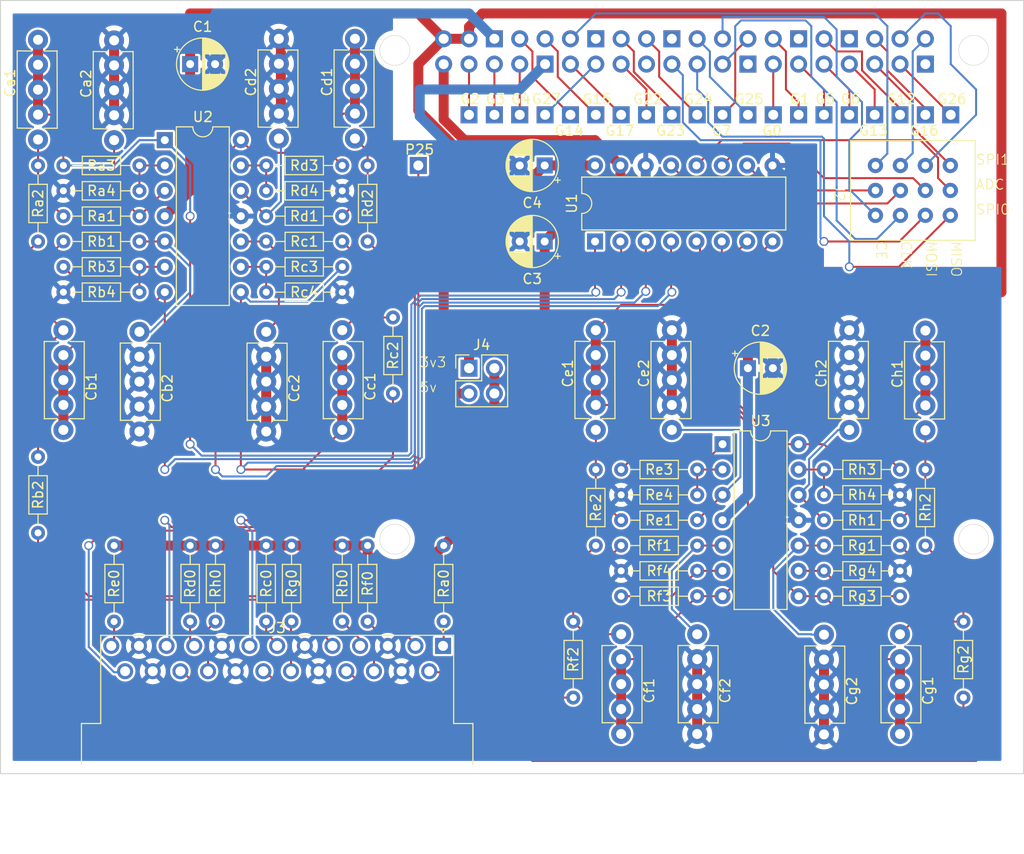
<source format=kicad_pcb>
(kicad_pcb (version 20240108) (generator "pcbnew") (generator_version "8.0")
  (layers (0 "F.Cu" signal) (31 "B.Cu" signal) (34 "B.Paste" user) (35 "F.Paste" user) (36 "B.SilkS" user "B.Silkscreen") (37 "F.SilkS" user "F.Silkscreen") (38 "B.Mask" user) (39 "F.Mask" user) (44 "Edge.Cuts" user))
  (net 0 "")
  (net 1 "+5V")
  (net 2 "GND")
  (net 3 "+3V3")
  (net 4 "Net-(Ca1-Pad1)")
  (net 5 "Net-(Cb1-Pad1)")
  (net 6 "Net-(Cc1-Pad1)")
  (net 7 "Net-(Cd1-Pad1)")
  (net 8 "Net-(U3A-+)")
  (net 9 "Net-(U3B-+)")
  (net 10 "Net-(U3C-+)")
  (net 11 "Net-(U3D-+)")
  (net 12 "Net-(U1-CH0)")
  (net 13 "Net-(Ce1-Pad1)")
  (net 14 "Net-(U1-CH5)")
  (net 15 "Net-(Cf1-Pad1)")
  (net 16 "Net-(U1-CH1)")
  (net 17 "Net-(U1-CH2)")
  (net 18 "Net-(Cg1-Pad1)")
  (net 19 "Net-(Ch1-Pad1)")
  (net 20 "Net-(U1-CH3)")
  (net 21 "Net-(U1-CH4)")
  (net 22 "Net-(U1-CH6)")
  (net 23 "Net-(U1-CH7)")
  (net 24 "Net-(U2A-+)")
  (net 25 "Net-(U2B-+)")
  (net 26 "Net-(U2C-+)")
  (net 27 "Net-(U2D-+)")
  (net 28 "Net-(J3-Pad13)")
  (net 29 "Net-(J3-Pad4)")
  (net 30 "Net-(J3-Pad2)")
  (net 31 "Net-(J3-Pad5)")
  (net 32 "Net-(J3-P19)")
  (net 33 "Net-(J3-P20)")
  (net 34 "Net-(J3-P23)")
  (net 35 "Net-(J3-P16)")
  (net 36 "Net-(J3-P17)")
  (net 37 "Net-(J3-Pad1)")
  (net 38 "Net-(J3-Pad11)")
  (net 39 "Net-(J3-P22)")
  (net 40 "Net-(J3-Pad10)")
  (net 41 "Net-(J3-P14)")
  (net 42 "Net-(J3-Pad8)")
  (net 43 "Net-(J3-Pad7)")
  (net 44 "Net-(J4-Out-Pad2)")
  (net 45 "Net-(U2A--)")
  (net 46 "Net-(U2B--)")
  (net 47 "Net-(U2C--)")
  (net 48 "Net-(U2D--)")
  (net 49 "Net-(U3A--)")
  (net 50 "Net-(U3B--)")
  (net 51 "Net-(U3C--)")
  (net 52 "Net-(U3D--)")
  (net 53 "Net-(J1-BCM10_MOSI)")
  (net 54 "Net-(J1-BCM8_CE0)")
  (net 55 "Net-(J1-BCM18_PCM_C)")
  (net 56 "Net-(J1-BCM9_MISO)")
  (net 57 "Net-(J1-BCM21_SCLK_PCM_DO)")
  (net 58 "Net-(J1-BCM19_MISO_PCM_FS)")
  (net 59 "Net-(J1-BCM20_MOSI_PCM_DI)")
  (net 60 "Net-(J1-BCM11_SCLK)")
  (net 62 "Net-(J2-MISO)")
  (net 63 "Net-(J2-CLK)")
  (net 64 "Net-(J2-MOSI)")
  (net 65 "Net-(J2-CE)")
  (net 66 "Net-(G0-Pin_1)")
  (net 67 "Net-(G1-Pin_1)")
  (net 68 "Net-(G2-Pin_1)")
  (net 69 "Net-(G3-Pin_1)")
  (net 70 "Net-(G4-Pin_1)")
  (net 71 "Net-(G5-Pin_1)")
  (net 72 "Net-(G6-Pin_1)")
  (net 73 "Net-(G7-Pin_1)")
  (net 74 "Net-(G12-Pin_1)")
  (net 75 "Net-(G13-Pin_1)")
  (net 76 "Net-(G14-Pin_1)")
  (net 77 "Net-(G15-Pin_1)")
  (net 78 "Net-(G16-Pin_1)")
  (net 79 "Net-(G17-Pin_1)")
  (net 80 "Net-(G22-Pin_1)")
  (net 81 "Net-(G23-Pin_1)")
  (net 82 "Net-(G24-Pin_1)")
  (net 83 "Net-(G25-Pin_1)")
  (net 84 "Net-(G26-Pin_1)")
  (net 85 "Net-(G27-Pin_1)")
  (net 86 "Net-(J3-P25)")
  (footprint "Resistor_THT:R_Axial_DIN0204_L3.6mm_D1.6mm_P7.62mm_Horizontal" (layer "F.Cu") (at 79.02 73.76)
    (property "Reference" "Rf3")
    (property "Value" "R" (hide yes))
  )
  (footprint "Connector_PinHeader_2.54mm:PinHeader_1x01_P2.54mm_Vertical" (layer "F.Cu") (at 63.78 25.5)
    (property "Reference" "G2")
    (property "Value" "GPIO2" (hide yes))
  )
  (footprint "Resistor_THT:R_Axial_DIN0204_L3.6mm_D1.6mm_P7.62mm_Horizontal" (layer "F.Cu") (at 51.08 43.28 180)
    (property "Reference" "Rc4")
    (property "Value" "R" (hide yes))
  )
  (footprint "Capacitor_THT:CP_Radial_D5.0mm_P2.50mm" (layer "F.Cu") (at 71.36 38.2 180)
    (property "Reference" "C3")
    (property "Value" "C_Polarized" (hide yes))
  )
  (footprint "Capacitor_THT:C_Disc_D7.5mm_W5.0mm_P10.00mm" (layer "F.Cu") (at 106.96 77.57 -90)
    (property "Reference" "Cg1")
    (property "Value" "C" (hide yes))
  )
  (footprint "Connector_PinHeader_2.54mm:PinHeader_2x02_P2.54mm_Vertical" (layer "F.Cu") (at 63.78 50.9)
    (property "Reference" "J4")
    (property "Value" "Vload" (hide yes))
  )
  (footprint "Connector_PinHeader_2.54mm:PinHeader_1x01_P2.54mm_Vertical" (layer "F.Cu") (at 104.42 25.5 180)
    (property "Reference" "G13")
    (property "Value" "GPIO13" (hide yes))
  )
  (footprint "Connector_PinHeader_2.54mm:PinHeader_1x01_P2.54mm_Vertical" (layer "F.Cu") (at 71.4 25.5)
    (property "Reference" "G27")
    (property "Value" "GPIO27" (hide yes))
  )
  (footprint "Capacitor_THT:CP_Radial_D5.0mm_P2.50mm" (layer "F.Cu") (at 35.84 20.42)
    (property "Reference" "C1")
    (property "Value" "C_Polarized" (hide yes))
  )
  (footprint "Capacitor_THT:C_Disc_D7.5mm_W5.0mm_P10.00mm" (layer "F.Cu") (at 51.08 47.09 -90)
    (property "Reference" "Cc1")
    (property "Value" "C" (hide yes))
  )
  (footprint "Resistor_THT:R_Axial_DIN0204_L3.6mm_D1.6mm_P7.62mm_Horizontal" (layer "F.Cu") (at 51.08 33.12 180)
    (property "Reference" "Rd4")
    (property "Value" "R" (hide yes))
  )
  (footprint "Resistor_THT:R_Axial_DIN0204_L3.6mm_D1.6mm_P7.62mm_Horizontal" (layer "F.Cu") (at 79.02 63.6)
    (property "Reference" "Re4")
    (property "Value" "R" (hide yes))
  )
  (footprint "Capacitor_THT:C_Disc_D7.5mm_W5.0mm_P10.00mm" (layer "F.Cu") (at 30.76 47.25 -90)
    (property "Reference" "Cb2")
    (property "Value" "C" (hide yes))
  )
  (footprint "Resistor_THT:R_Axial_DIN0204_L3.6mm_D1.6mm_P7.62mm_Horizontal" (layer "F.Cu") (at 23.14 38.2)
    (property "Reference" "Rb1")
    (property "Value" "R" (hide yes))
  )
  (footprint "Resistor_THT:R_Axial_DIN0204_L3.6mm_D1.6mm_P7.62mm_Horizontal" (layer "F.Cu") (at 76.48 68.68 90)
    (property "Reference" "Re2")
    (property "Value" "R" (hide yes))
  )
  (footprint "Capacitor_THT:C_Disc_D7.5mm_W5.0mm_P10.00mm" (layer "F.Cu") (at 86.64 77.57 -90)
    (property "Reference" "Cf2")
    (property "Value" "C" (hide yes))
  )
  (footprint "Connector_PinHeader_2.54mm:PinHeader_1x01_P2.54mm_Vertical" (layer "F.Cu") (at 81.56 25.5)
    (property "Reference" "G22")
    (property "Value" "GPIO22" (hide yes))
  )
  (footprint "Resistor_THT:R_Axial_DIN0204_L3.6mm_D1.6mm_P7.62mm_Horizontal" (layer "F.Cu") (at 86.64 61.06 180)
    (property "Reference" "Re3")
    (property "Value" "R" (hide yes))
  )
  (footprint "Capacitor_THT:C_Disc_D7.5mm_W5.0mm_P10.00mm" (layer "F.Cu") (at 43.46 47.25 -90)
    (property "Reference" "Cc2")
    (property "Value" "C" (hide yes))
  )
  (footprint "Resistor_THT:R_Axial_DIN0204_L3.6mm_D1.6mm_P7.62mm_Horizontal" (layer "F.Cu") (at 51.08 35.66 180)
    (property "Reference" "Rd1")
    (property "Value" "R" (hide yes))
  )
  (footprint "Connector_Dsub:DSUB-25_Female_Horizontal_P2.77x2.54mm_EdgePinOffset9.40mm" (layer "F.Cu") (at 61.18 78.74)
    (property "Reference" "J3")
    (property "Value" "Inputs")
  )
  (footprint "Package_DIP:DIP-14_W7.62mm" (layer "F.Cu") (at 33.3 28.04)
    (property "Reference" "U2")
    (property "Value" "LM2902")
  )
  (footprint "Connector_PinHeader_2.54mm:PinHeader_1x01_P2.54mm_Vertical" (layer "F.Cu") (at 89.18 25.5 180)
    (property "Reference" "G7")
    (property "Value" "GPIO07" (hide yes))
  )
  (footprint "Resistor_THT:R_Axial_DIN0204_L3.6mm_D1.6mm_P7.62mm_Horizontal" (layer "F.Cu") (at 51.08 76.3 90)
    (property "Reference" "Rb0")
    (property "Value" "R" (hide yes))
  )
  (footprint "Resistor_THT:R_Axial_DIN0204_L3.6mm_D1.6mm_P7.62mm_Horizontal" (layer "F.Cu") (at 106.96 73.76 180)
    (property "Reference" "Rg3")
    (property "Value" "R" (hide yes))
  )
  (footprint "Resistor_THT:R_Axial_DIN0204_L3.6mm_D1.6mm_P7.62mm_Horizontal" (layer "F.Cu") (at 106.96 71.22 180)
    (property "Reference" "Rg4")
    (property "Value" "R" (hide yes))
  )
  (footprint "Capacitor_THT:C_Disc_D7.5mm_W5.0mm_P10.00mm" (layer "F.Cu") (at 99.34 77.61 -90)
    (property "Reference" "Cg2")
    (property "Value" "C" (hide yes))
  )
  (footprint "Resistor_THT:R_Axial_DIN0204_L3.6mm_D1.6mm_P7.62mm_Horizontal" (layer "F.Cu") (at 99.34 61.06)
    (property "Reference" "Rh3")
    (property "Value" "R" (hide yes))
  )
  (footprint "Resistor_THT:R_Axial_DIN0204_L3.6mm_D1.6mm_P7.62mm_Horizontal" (layer "F.Cu") (at 35.84 76.3 90)
    (property "Reference" "Rd0")
    (property "Value" "R" (hide yes))
  )
  (footprint "Connector_PinHeader_2.54mm:PinHeader_1x01_P2.54mm_Vertical" (layer "F.Cu") (at 84.1 25.5 180)
    (property "Reference" "G23")
    (property "Value" "GPIO23" (hide yes))
  )
  (footprint "Resistor_THT:R_Axial_DIN0204_L3.6mm_D1.6mm_P7.62mm_Horizontal" (layer "F.Cu") (at 43.46 30.58)
    (property "Reference" "Rd3")
    (property "Value" "R" (hide yes))
  )
  (footprint "Capacitor_THT:C_Disc_D7.5mm_W5.0mm_P10.00mm" (layer "F.Cu") (at 44.73 27.88 90)
    (property "Reference" "Cd2")
    (property "Value" "C" (hide yes))
  )
  (footprint "Resistor_THT:R_Axial_DIN0204_L3.6mm_D1.6mm_P7.62mm_Horizontal" (layer "F.Cu") (at 23.14 35.66)
    (property "Reference" "Ra1")
    (property "Value" "R" (hide yes))
  )
  (footprint "Resistor_THT:R_Axial_DIN0204_L3.6mm_D1.6mm_P7.62mm_Horizontal" (layer "F.Cu") (at 106.96 68.68 180)
    (property "Reference" "Rg1")
    (property "Value" "R" (hide yes))
  )
  (footprint "Connector_PinHeader_2.54mm:PinHeader_1x01_P2.54mm_Vertical" (layer "F.Cu") (at 106.96 25.5)
    (property "Reference" "G12")
    (property "Value" "GPIO12" (hide yes))
  )
  (footprint "Package_DIP:DIP-16_W7.62mm" (layer "F.Cu") (at 76.405 38.2 90)
    (property "Reference" "U1")
    (property "Value" "MCP3008")
  )
  (footprint "Connector_PinHeader_2.54mm:PinHeader_1x01_P2.54mm_Vertical" (layer "F.Cu") (at 91.72 25.5)
    (property "Reference" "G25")
    (property "Value" "GPIO25" (hide yes))
  )
  (footprint "Capacitor_THT:C_Disc_D7.5mm_W5.0mm_P10.00mm" (layer "F.Cu") (at 52.35 27.88 90)
    (property "Reference" "Cd1")
    (property "Value" "C" (hide yes))
  )
  (footprint "Connector_PinHeader_2.54mm:PinHeader_1x01_P2.54mm_Vertical" (layer "F.Cu") (at 99.34 25.5)
    (property "Reference" "G5")
    (property "Value" "GPIO5" (hide yes))
  )
  (footprint "Resistor_THT:R_Axial_DIN0204_L3.6mm_D1.6mm_P7.62mm_Horizontal" (layer "F.Cu") (at 109.5 68.68 90)
    (property "Reference" "Rh2")
    (property "Value" "R" (hide yes))
  )
  (footprint "Connector_PinHeader_2.54mm:PinHeader_1x01_P2.54mm_Vertical" (layer "F.Cu") (at 94.26 25.5 180)
    (property "Reference" "G0")
    (property "Value" "GPIO0" (hide yes))
  )
  (footprint "Resistor_THT:R_Axial_DIN0204_L3.6mm_D1.6mm_P7.62mm_Horizontal" (layer "F.Cu") (at 23.14 33.12)
    (property "Reference" "Ra4")
    (property "Value" "R" (hide yes))
  )
  (footprint "Connector_PinHeader_2.54mm:PinHeader_1x01_P2.54mm_Vertical" (layer "F.Cu") (at 96.8 25.5)
    (property "Reference" "G1")
    (property "Value" "GPIO1" (hide yes))
  )
  (footprint "Resistor_THT:R_Axial_DIN0204_L3.6mm_D1.6mm_P7.62mm_Horizontal" (layer "F.Cu") (at 23.14 43.28)
    (property "Reference" "Rb4")
    (property "Value" "R" (hide yes))
  )
  (footprint "Connector_PinHeader_2.54mm:PinHeader_1x01_P2.54mm_Vertical" (layer "F.Cu") (at 101.88 25.5)
    (property "Reference" "G6")
    (property "Value" "GPIO6" (hide yes))
  )
  (footprint "Resistor_THT:R_Axial_DIN0204_L3.6mm_D1.6mm_P7.62mm_Horizontal" (layer "F.Cu") (at 74.22 83.92 90)
    (property "Reference" "Rf2")
    (property "Value" "R" (hide yes))
  )
  (footprint "Resistor_THT:R_Axial_DIN0204_L3.6mm_D1.6mm_P7.62mm_Horizontal" (layer "F.Cu") (at 20.6 67.41 90)
    (property "Reference" "Rb2")
    (property "Value" "R" (hide yes))
  )
  (footprint "Capacitor_THT:C_Disc_D7.5mm_W5.0mm_P10.00mm" (layer "F.Cu") (at 109.5 57.13 90)
    (property "Reference" "Ch1")
    (property "Value" "C" (hide yes))
  )
  (footprint "Connector_PinHeader_2.54mm:PinHeader_1x01_P2.54mm_Vertical" (layer "F.Cu") (at 79.02 25.5 180)
    (property "Reference" "G17")
    (property "Value" "GPIO17" (hide yes))
  )
  (footprint "Resistor_THT:R_Axial_DIN0204_L3.6mm_D1.6mm_P7.62mm_Horizontal" (layer "F.Cu") (at 30.76 30.58 180)
    (property "Reference" "Ra3")
    (property "Value" "R" (hide yes))
  )
  (footprint "Connector_PinHeader_2.54mm:PinHeader_1x01_P2.54mm_Vertical" (layer "F.Cu") (at 86.64 25.5)
    (property "Reference" "G24")
    (property "Value" "GPIO24" (hide yes))
  )
  (footprint "R pi:RPI_Hat_B+" (layer "F.Cu") (at 116.84 16.542)
    (property "Reference" "J1" (hide yes))
    (property "Value" "RPi_GPIO" (hide yes))
    (fp_line (start -100 -2.5) (end -100 75) (stroke (width 0.1)) (layer "Edge.Cuts"))
    (fp_line (start -100 -2.5) (end 2.5 -2.5) (stroke (width 0.1)) (layer "Edge.Cuts"))
    (fp_line (start -100 75) (end 2.5 75) (stroke (width 0.1)) (layer "Edge.Cuts"))
    (fp_line (start 2.5 -2.5) (end 2.5 75) (stroke (width 0.1)) (layer "Edge.Cuts"))
    (fp_circle (center -60.5 2.5) (end -62.000001 2.499999) (stroke (width 0.05)) (fill none) (layer "Edge.Cuts"))
    (fp_circle (center -60.5 51.5) (end -62.000001 51.500001) (stroke (width 0.05)) (fill none) (layer "Edge.Cuts"))
    (fp_circle (center -2.5 2.5) (end -0.999999 2.499999) (stroke (width 0.05)) (fill none) (layer "Edge.Cuts"))
    (fp_circle (center -2.5 51.5) (end -0.999999 51.500001) (stroke (width 0.05)) (fill none) (layer "Edge.Cuts"))
  )
  (footprint "Connector_PinHeader_2.54mm:PinHeader_1x01_P2.54mm_Vertical" (layer "F.Cu") (at 68.86 25.5)
    (property "Reference" "G4")
    (property "Value" "GPIO4" (hide yes))
  )
  (footprint "Connector_PinHeader_2.54mm:PinHeader_1x01_P2.54mm_Vertical" (layer "F.Cu") (at 58.7 30.58)
    (property "Reference" "P25")
    (property "Value" "GPIO2" (hide yes))
  )
  (footprint "Resistor_THT:R_Axial_DIN0204_L3.6mm_D1.6mm_P7.62mm_Horizontal" (layer "F.Cu") (at 53.62 76.3 90)
    (property "Reference" "Rf0")
    (property "Value" "R" (hide yes))
  )
  (footprint "Resistor_THT:R_Axial_DIN0204_L3.6mm_D1.6mm_P7.62mm_Horizontal" (layer "F.Cu") (at 46 76.3 90)
    (property "Reference" "Rg0")
    (property "Value" "R" (hide yes))
  )
  (footprint "Capacitor_THT:CP_Radial_D5.0mm_P2.50mm" (layer "F.Cu") (at 91.72 50.9)
    (property "Reference" "C2")
    (property "Value" "C_Polarized" (hide yes))
  )
  (footprint "Resistor_THT:R_Axial_DIN0204_L3.6mm_D1.6mm_P7.62mm_Horizontal" (layer "F.Cu") (at 43.46 76.3 90)
    (property "Reference" "Rc0")
    (property "Value" "R" (hide yes))
  )
  (footprint "Capacitor_THT:C_Disc_D7.5mm_W5.0mm_P10.00mm" (layer "F.Cu") (at 76.48 57.09 90)
    (property "Reference" "Ce1")
    (property "Value" "C" (hide yes))
  )
  (footprint "Capacitor_THT:C_Disc_D7.5mm_W5.0mm_P10.00mm" (layer "F.Cu") (at 23.14 47.09 -90)
    (property "Reference" "Cb1")
    (property "Value" "C" (hide yes))
  )
  (footprint "Capacitor_THT:C_Disc_D7.5mm_W5.0mm_P10.00mm" (layer "F.Cu") (at 101.88 57.09 90)
    (property "Reference" "Ch2")
    (property "Value" "C" (hide yes))
  )
  (footprint "Capacitor_THT:C_Disc_D7.5mm_W5.0mm_P10.00mm" (layer "F.Cu") (at 28.22 28.04 90)
    (property "Reference" "Ca2")
    (property "Value" "C" (hide yes))
  )
  (footprint "Resistor_THT:R_Axial_DIN0204_L3.6mm_D1.6mm_P7.62mm_Horizontal" (layer "F.Cu") (at 53.62 38.2 90)
    (property "Reference" "Rd2")
    (property "Value" "R" (hide yes))
  )
  (footprint "Resistor_THT:R_Axial_DIN0204_L3.6mm_D1.6mm_P7.62mm_Horizontal" (layer "F.Cu") (at 79.02 71.22)
    (property "Reference" "Rf4")
    (property "Value" "R" (hide yes))
  )
  (footprint "Connector_PinHeader_2.54mm:PinHeader_1x01_P2.54mm_Vertical" (layer "F.Cu") (at 112.04 25.5)
    (property "Reference" "G26")
    (property "Value" "GPIO26" (hide yes))
  )
  (footprint "Connector_PinHeader_2.54mm:PinHeader_1x01_P2.54mm_Vertical" (layer "F.Cu") (at 66.32 25.5)
    (property "Reference" "G3")
    (property "Value" "GPIO3" (hide yes))
  )
  (footprint "Resistor_THT:R_Axial_DIN0204_L3.6mm_D1.6mm_P7.62mm_Horizontal" (layer "F.Cu") (at 61.24 76.3 90)
    (property "Reference" "Ra0")
    (property "Value" "R" (hide yes))
  )
  (footprint "Connector_PinHeader_2.54mm:PinHeader_1x01_P2.54mm_Vertical" (layer "F.Cu") (at 73.94 25.5 180)
    (property "Reference" "G14")
    (property "Value" "GPIO14" (hide yes))
  )
  (footprint "Connector_PinHeader_2.54mm:PinHeader_1x01_P2.54mm_Vertical" (layer "F.Cu") (at 109.5 25.5 180)
    (property "Reference" "G16")
    (property "Value" "GPIO16" (hide yes))
  )
  (footprint "Resistor_THT:R_Axial_DIN0204_L3.6mm_D1.6mm_P7.62mm_Horizontal" (layer "F.Cu") (at 20.6 38.2 90)
    (property "Reference" "Ra2")
    (property "Value" "R" (hide yes))
  )
  (footprint "Resistor_THT:R_Axial_DIN0204_L3.6mm_D1.6mm_P7.62mm_Horizontal" (layer "F.Cu") (at 106.96 66.14 180)
    (property "Reference" "Rh1")
    (property "Value" "R" (hide yes))
  )
  (footprint "Resistor_THT:R_Axial_DIN0204_L3.6mm_D1.6mm_P7.62mm_Horizontal" (layer "F.Cu") (at 38.38 76.3 90)
    (property "Reference" "Rh0")
    (property "Value" "R" (hide yes))
  )
  (footprint "Resistor_THT:R_Axial_DIN0204_L3.6mm_D1.6mm_P7.62mm_Horizontal" (layer "F.Cu") (at 28.22 76.3 90)
    (property "Reference" "Re0")
    (property "Value" "R" (hide yes))
  )
  (footprint "Resistor_THT:R_Axial_DIN0204_L3.6mm_D1.6mm_P7.62mm_Horizontal" (layer "F.Cu") (at 43.46 40.74)
    (property "Reference" "Rc3")
    (property "Value" "R" (hide yes))
  )
  (footprint "Capacitor_THT:C_Disc_D7.5mm_W5.0mm_P10.00mm" (layer "F.Cu") (at 79.02 77.57 -90)
    (property "Reference" "Cf1")
    (property "Value" "C" (hide yes))
  )
  (footprint "Resistor_THT:R_Axial_DIN0204_L3.6mm_D1.6mm_P7.62mm_Horizontal" (layer "F.Cu") (at 113.31 76.3 -90)
    (property "Reference" "Rg2")
    (property "Value" "R" (hide yes))
  )
  (footprint "Resistor_THT:R_Axial_DIN0204_L3.6mm_D1.6mm_P7.62mm_Horizontal" (layer "F.Cu") (at 51.08 38.2 180)
    (property "Reference" "Rc1")
    (property "Value" "R" (hide yes))
  )
  (footprint "Resistor_THT:R_Axial_DIN0204_L3.6mm_D1.6mm_P7.62mm_Horizontal" (layer "F.Cu") (at 30.76 40.74 180)
    (property "Reference" "Rb3")
    (property "Value" "R" (hide yes))
  )
  (footprint "Resistor_THT:R_Axial_DIN0204_L3.6mm_D1.6mm_P7.62mm_Horizontal" (layer "F.Cu") (at 79.02 66.14)
    (property "Reference" "Re1")
    (property "Value" "R" (hide yes))
  )
  (footprint "Capacitor_THT:C_Disc_D7.5mm_W5.0mm_P10.00mm" (layer "F.Cu") (at 84.1 57.09 90)
    (property "Reference" "Ce2")
    (property "Value" "C" (hide yes))
  )
  (footprint "Capacitor_THT:C_Disc_D7.5mm_W5.0mm_P10.00mm" (layer "F.Cu") (at 20.6 27.98 90)
    (property "Reference" "Ca1")
    (property "Value" "C" (hide yes))
  )
  (footprint "Resistor_THT:R_Axial_DIN0204_L3.6mm_D1.6mm_P7.62mm_Horizontal" (layer "F.Cu") (at 106.96 63.6 180)
    (property "Reference" "Rh4")
    (property "Value" "R" (hide yes))
  )
  (footprint "Connector:3x4 pingrid" (layer "F.Cu") (at 109.5 33.08 -90)
    (property "Reference" "J2")
    (property "Value" "SPI_SEL" (hide yes))
  )
  (footprint "Resistor_THT:R_Axial_DIN0204_L3.6mm_D1.6mm_P7.62mm_Horizontal" (layer "F.Cu") (at 56.16 53.44 90)
    (property "Reference" "Rc2")
    (property "Value" "R" (hide yes))
  )
  (footprint "Connector_PinHeader_2.54mm:PinHeader_1x01_P2.54mm_Vertical" (layer "F.Cu") (at 76.48 25.5)
    (property "Reference" "G15")
    (property "Value" "GPIO15" (hide yes))
  )
  (footprint "Capacitor_THT:CP_Radial_D5.0mm_P2.50mm" (layer "F.Cu") (at 71.36 30.58 180)
    (property "Reference" "C4")
    (property "Value" "C_Polarized" (hide yes))
  )
  (footprint "Resistor_THT:R_Axial_DIN0204_L3.6mm_D1.6mm_P7.62mm_Horizontal" (layer "F.Cu") (at 79.02 68.68)
    (property "Reference" "Rf1")
    (property "Value" "R" (hide yes))
  )
  (footprint "Package_DIP:DIP-14_W7.62mm" (layer "F.Cu") (at 89.18 58.52)
    (property "Reference" "U3")
    (property "Value" "LM2902")
  )
  (segment (start 65.117919 15.34) (end 117.12 15.34) (width 1) (layer "F.Cu") (net 1))
  (segment (start 63.78 16.677919) (end 65.117919 15.34) (width 1) (layer "F.Cu") (net 1))
  (segment (start 61.24 17.88) (end 58.7 15.34) (width 1) (layer "F.Cu") (net 1))
  (segment (start 61.24 53.44) (end 61.24 28.04) (width 1) (layer "F.Cu") (net 1))
  (segment (start 91.72 43.28) (end 91.72 50.9) (width 1) (layer "F.Cu") (net 1))
  (segment (start 58.7 15.34) (end 35.84 15.34) (width 1) (layer "F.Cu") (net 1))
  (segment (start 63.78 17.88) (end 61.24 17.88) (width 1) (layer "F.Cu") (net 1))
  (segment (start 61.24 28.04) (end 61.466827 27.813173) (width 1) (layer "F.Cu") (net 1))
  (segment (start 35.84 20.42) (end 35.84 33.12) (width 1) (layer "F.Cu") (net 1))
  (segment (start 35.84 33.12) (end 33.3 35.66) (width 1) (layer "F.Cu") (net 1))
  (segment (start 117.12 15.34) (end 117.12 43.28) (width 1) (layer "F.Cu") (net 1))
  (segment (start 61.466827 27.813173) (end 66.773654 33.12) (width 1) (layer "F.Cu") (net 1))
  (segment (start 58.7 25.046346) (end 61.466827 27.813173) (width 1) (layer "F.Cu") (net 1))
  (segment (start 117.12 43.28) (end 91.72 43.28) (width 1) (layer "F.Cu") (net 1))
  (segment (start 68.82 33.12) (end 71.36 30.58) (width 1) (layer "F.Cu") (net 1))
  (segment (start 61.24 17.88) (end 58.7 20.42) (width 1) (layer "F.Cu") (net 1))
  (segment (start 35.84 15.34) (end 35.84 20.42) (width 1) (layer "F.Cu") (net 1))
  (segment (start 63.78 53.44) (end 61.24 53.44) (width 1) (layer "F.Cu") (net 1))
  (segment (start 63.78 17.88) (end 63.78 16.677919) (width 1) (layer "F.Cu") (net 1))
  (segment (start 66.773654 33.12) (end 68.82 33.12) (width 1) (layer "F.Cu") (net 1))
  (segment (start 58.7 20.42) (end 58.7 25.046346) (width 1) (layer "F.Cu") (net 1))
  (segment (start 71.36 30.58) (end 76.405 30.58) (width 1) (layer "F.Cu") (net 1))
  (segment (start 91.72 50.9) (end 91.72 63.6) (width 1) (layer "B.Cu") (net 1))
  (segment (start 91.72 63.6) (end 89.18 66.14) (width 1) (layer "B.Cu") (net 1))
  (segment (start 28.22 20.54) (end 28.22 23.04) (width 1) (layer "F.Cu") (net 2))
  (segment (start 43.46 49.75) (end 43.46 57.25) (width 1) (layer "F.Cu") (net 2))
  (segment (start 99.34 80.11) (end 99.34 87.61) (width 1) (layer "F.Cu") (net 2))
  (segment (start 28.22 18.04) (end 28.22 20.54) (width 1) (layer "F.Cu") (net 2))
  (segment (start 84.1 47.09) (end 84.1 54.59) (width 1) (layer "F.Cu") (net 2))
  (segment (start 44.933081 17.71367) (end 44.933081 25.21367) (width 1) (layer "F.Cu") (net 2))
  (segment (start 28.22 23.04) (end 28.22 25.54) (width 1) (layer "F.Cu") (net 2))
  (segment (start 86.64 80.07) (end 86.64 87.57) (width 1) (layer "F.Cu") (net 2))
  (segment (start 81.485 30.58) (end 81.485 33.045) (width 1) (layer "B.Cu") (net 2))
  (segment (start 96.8 33.12) (end 96.8 45.82) (width 1) (layer "B.Cu") (net 2))
  (segment (start 38.38 20.42) (end 38.38 15.34) (width 1) (layer "B.Cu") (net 2))
  (segment (start 58.842439 22.96) (end 58.842439 25.642439) (width 1) (layer "B.Cu") (net 2))
  (segment (start 81.485 33.045) (end 81.56 33.12) (width 1) (layer "B.Cu") (net 2))
  (segment (start 68.86 30.58) (end 68.86 31.71137) (width 1) (layer "B.Cu") (net 2))
  (segment (start 46 15.34) (end 38.38 15.34) (width 1) (layer "B.Cu") (net 2))
  (segment (start 63.78 30.58) (end 68.86 30.58) (width 1) (layer "B.Cu") (net 2))
  (segment (start 38.34 20.42) (end 38.34 33.08) (width 1) (layer "B.Cu") (net 2))
  (segment (start 38.34 33.08) (end 40.92 35.66) (width 1) (layer "B.Cu") (net 2))
  (segment (start 94.185 33.045) (end 94.185 30.58) (width 1) (layer "B.Cu") (net 2))
  (segment (start 94.22 63.56) (end 96.8 66.14) (width 1) (layer "B.Cu") (net 2))
  (segment (start 58.842439 25.642439) (end 63.78 30.58) (width 1) (layer "B.Cu") (net 2))
  (segment (start 68.86 34.52863) (end 70.26863 33.12) (width 1) (layer "B.Cu") (net 2))
  (segment (start 68.86 38.2) (end 68.86 34.52863) (width 1) (layer "B.Cu") (net 2))
  (segment (start 94.22 50.9) (end 94.22 45.86) (width 1) (layer "B.Cu") (net 2))
  (segment (start 94.22 45.86) (end 94.18 45.82) (width 1) (layer "B.Cu") (net 2))
  (segment (start 68.86 22.96) (end 58.842439 22.96) (width 1) (layer "B.Cu") (net 2))
  (segment (start 68.86 31.71137) (end 70.26863 33.12) (width 1) (layer "B.Cu") (net 2))
  (segment (start 94.26 45.82) (end 96.8 45.82) (width 1) (layer "B.Cu") (net 2))
  (segment (start 94.185 30.58) (end 96.725 33.12) (width 1) (layer "B.Cu") (net 2))
  (segment (start 46 15.34) (end 63.78 15.34) (width 1) (layer "B.Cu") (net 2))
  (segment (start 81.56 33.12) (end 94.26 33.12) (width 1) (layer "B.Cu") (net 2))
  (segment (start 70.26863 33.12) (end 81.56 33.12) (width 1) (layer "B.Cu") (net 2))
  (segment (start 94.22 45.86) (end 94.26 45.82) (width 1) (layer "B.Cu") (net 2))
  (segment (start 94.22 50.9) (end 94.22 63.56) (width 1) (layer "B.Cu") (net 2))
  (segment (start 71.4 20.42) (end 68.86 22.96) (width 1) (layer "B.Cu") (net 2))
  (segment (start 66.32 17.88) (end 63.78 15.34) (width 1) (layer "B.Cu") (net 2))
  (segment (start 96.725 33.12) (end 96.8 33.12) (width 1) (layer "B.Cu") (net 2))
  (segment (start 94.26 33.12) (end 94.185 33.045) (width 1) (layer "B.Cu") (net 2))
  (segment (start 78.945 30.58) (end 78.945 33.045) (width 1) (layer "F.Cu") (net 3))
  (segment (start 77.7875 34.3525) (end 75.1725 34.3525) (width 1) (layer "F.Cu") (net 3))
  (segment (start 78.945 33.045) (end 79.02 33.12) (width 1) (layer "F.Cu") (net 3))
  (segment (start 63.32 28.04) (end 76.405 28.04) (width 1) (layer "F.Cu") (net 3))
  (segment (start 79.02 33.12) (end 77.7875 34.3525) (width 1) (layer "F.Cu") (net 3))
  (segment (start 61.24 25.96) (end 63.32 28.04) (width 1) (layer "F.Cu") (net 3))
  (segment (start 71.36 38.2) (end 71.36 45.78) (width 1) (layer "F.Cu") (net 3))
  (segment (start 71.4 45.82) (end 63.78 45.82) (width 1) (layer "F.Cu") (net 3))
  (segment (start 61.24 20.42) (end 61.24 25.96) (width 1) (layer "F.Cu") (net 3))
  (segment (start 76.405 28.04) (end 78.945 30.58) (width 1) (layer "F.Cu") (net 3))
  (segment (start 63.78 45.82) (end 63.78 50.9) (width 1) (layer "F.Cu") (net 3))
  (segment (start 71.36 38.165) (end 75.1725 34.3525) (width 1) (layer "F.Cu") (net 3))
  (segment (start 71.36 45.78) (end 71.4 45.82) (width 1) (layer "F.Cu") (net 3))
  (segment (start 23.14 35.66) (end 20.6 33.12) (width 0.2) (layer "F.Cu") (net 4))
  (segment (start 20.6 27.88) (end 20.6 30.58) (width 0.2) (layer "F.Cu") (net 4))
  (segment (start 20.6 33.12) (end 20.6 30.58) (width 0.2) (layer "F.Cu") (net 4))
  (segment (start 20.6 44.55) (end 23.14 47.09) (width 0.2) (layer "F.Cu") (net 5))
  (segment (start 20.6 59.79) (end 20.6 49.63) (width 0.2) (layer "F.Cu") (net 5))
  (segment (start 20.6 49.63) (end 23.14 47.09) (width 0.2) (layer "F.Cu") (net 5))
  (segment (start 20.6 40.74) (end 20.6 44.55) (width 0.2) (layer "F.Cu") (net 5))
  (segment (start 23.14 38.2) (end 20.6 40.74) (width 0.2) (layer "F.Cu") (net 5))
  (segment (start 52.35 45.82) (end 51.08 47.09) (width 0.2) (layer "F.Cu") (net 6))
  (segment (start 53.62 45.82) (end 52.35 45.82) (width 0.2) (layer "F.Cu") (net 6))
  (segment (start 51.08 38.2) (end 53.62 40.74) (width 0.2) (layer "F.Cu") (net 6))
  (segment (start 56.16 45.82) (end 53.62 45.82) (width 0.2) (layer "F.Cu") (net 6))
  (segment (start 53.62 40.74) (end 53.62 45.82) (width 0.2) (layer "F.Cu") (net 6))
  (segment (start 51.08 35.66) (end 53.62 33.12) (width 0.2) (layer "F.Cu") (net 7))
  (segment (start 53.62 29.15) (end 53.62 30.58) (width 0.2) (layer "F.Cu") (net 7))
  (segment (start 52.35 27.88) (end 53.62 29.15) (width 0.2) (layer "F.Cu") (net 7))
  (segment (start 53.62 33.12) (end 53.62 30.58) (width 0.2) (layer "F.Cu") (net 7))
  (segment (start 86.64 66.14) (end 89.18 63.6) (width 0.2) (layer "F.Cu") (net 8))
  (segment (start 90.97 61.81) (end 90.97 57.25) (width 0.2) (layer "B.Cu") (net 8))
  (segment (start 89.18 63.6) (end 90.97 61.81) (width 0.2) (layer "B.Cu") (net 8))
  (segment (start 90.81 57.09) (end 84.1 57.09) (width 0.2) (layer "B.Cu") (net 8))
  (segment (start 90.97 57.25) (end 90.81 57.09) (width 0.2) (layer "B.Cu") (net 8))
  (segment (start 86.64 68.68) (end 89.18 68.68) (width 0.2) (layer "F.Cu") (net 9))
  (segment (start 86.64 68.68) (end 84.1 71.22) (width 0.2) (layer "B.Cu") (net 9))
  (segment (start 84.1 71.22) (end 84.1 75.03) (width 0.2) (layer "B.Cu") (net 9))
  (segment (start 84.1 75.03) (end 86.64 77.57) (width 0.2) (layer "B.Cu") (net 9))
  (segment (start 99.34 68.68) (end 96.8 68.68) (width 0.2) (layer "F.Cu") (net 10))
  (segment (start 98.11 77.61) (end 99.34 77.61) (width 0.2) (layer "B.Cu") (net 10))
  (segment (start 94.26 71.22) (end 94.26 75.03) (width 0.2) (layer "B.Cu") (net 10))
  (segment (start 96.8 68.68) (end 94.26 71.22) (width 0.2) (layer "B.Cu") (net 10))
  (segment (start 96.8 77.57) (end 98.07 77.57) (width 0.2) (layer "B.Cu") (net 10))
  (segment (start 98.07 77.57) (end 98.11 77.61) (width 0.2) (layer "B.Cu") (net 10))
  (segment (start 94.26 75.03) (end 96.8 77.57) (width 0.2) (layer "B.Cu") (net 10))
  (segment (start 99.34 66.14) (end 96.8 63.6) (width 0.2) (layer "F.Cu") (net 11))
  (segment (start 97.85 62.55) (end 97.85 60.01) (width 0.2) (layer "B.Cu") (net 11))
  (segment (start 96.8 63.6) (end 97.85 62.55) (width 0.2) (layer "B.Cu") (net 11))
  (segment (start 100.77 57.09) (end 101.88 57.09) (width 0.2) (layer "B.Cu") (net 11))
  (segment (start 97.85 60.01) (end 100.77 57.09) (width 0.2) (layer "B.Cu") (net 11))
  (segment (start 35.84 35.66) (end 35.84 58.52) (width 0.2) (layer "F.Cu") (net 12))
  (segment (start 21.85 25.48) (end 20.6 25.48) (width 0.2) (layer "F.Cu") (net 12))
  (segment (start 23.14 30.58) (end 23.14 26.77) (width 0.2) (layer "F.Cu") (net 12))
  (segment (start 76.405 43.205) (end 76.48 43.28) (width 0.2) (layer "F.Cu") (net 12))
  (segment (start 23.14 26.77) (end 21.85 25.48) (width 0.2) (layer "F.Cu") (net 12))
  (segment (start 20.6 17.88) (end 20.6 25.38) (width 1) (layer "F.Cu") (net 12))
  (segment (start 76.405 38.2) (end 76.405 43.205) (width 0.2) (layer "F.Cu") (net 12))
  (via (at 76.48 43.28) (size 0.889) (drill 0.635) (layers "F.Cu" "B.Cu") (net 12))
  (via (at 35.84 35.66) (size 0.889) (drill 0.635) (layers "F.Cu" "B.Cu") (net 12))
  (via (at 35.84 58.52) (size 0.889) (drill 0.635) (layers "F.Cu" "B.Cu") (net 12))
  (segment (start 35.84 30.58) (end 35.84 35.66) (width 0.2) (layer "B.Cu") (net 12))
  (segment (start 58 59.381052) (end 57.715552 59.6655) (width 0.2) (layer "B.Cu") (net 12))
  (segment (start 57.715552 59.6655) (end 36.9855 59.6655) (width 0.2) (layer "B.Cu") (net 12))
  (segment (start 58 44.524025) (end 58 59.381052) (width 0.2) (layer "B.Cu") (net 12))
  (segment (start 76.1355 43.6245) (end 58.899525 43.6245) (width 0.2) (layer "B.Cu") (net 12))
  (segment (start 36.9855 59.6655) (end 35.84 58.52) (width 0.2) (layer "B.Cu") (net 12))
  (segment (start 58.899525 43.6245) (end 58 44.524025) (width 0.2) (layer "B.Cu") (net 12))
  (segment (start 23.14 30.58) (end 28.22 30.58) (width 0.2) (layer "B.Cu") (net 12))
  (segment (start 76.48 43.28) (end 76.1355 43.6245) (width 0.2) (layer "B.Cu") (net 12))
  (segment (start 28.22 30.58) (end 30.76 28.04) (width 0.2) (layer "B.Cu") (net 12))
  (segment (start 30.76 28.04) (end 33.3 28.04) (width 0.2) (layer "B.Cu") (net 12))
  (segment (start 33.3 28.04) (end 35.84 30.58) (width 0.2) (layer "B.Cu") (net 12))
  (segment (start 76.48 63.6) (end 79.02 66.14) (width 0.2) (layer "F.Cu") (net 13))
  (segment (start 76.48 57.09) (end 76.48 61.06) (width 0.2) (layer "F.Cu") (net 13))
  (segment (start 76.48 61.06) (end 76.48 63.6) (width 0.2) (layer "F.Cu") (net 13))
  (segment (start 89.105 38.2) (end 89.105 53.859974) (width 0.2) (layer "F.Cu") (net 14))
  (segment (start 91.72 56.474974) (end 89.105 53.859974) (width 0.2) (layer "F.Cu") (net 14))
  (segment (start 89.18 73.76) (end 86.64 73.76) (width 0.2) (layer "F.Cu") (net 14))
  (segment (start 89.18 73.76) (end 91.72 71.22) (width 0.2) (layer "F.Cu") (net 14))
  (segment (start 86.64 73.76) (end 80.33 80.07) (width 0.2) (layer "F.Cu") (net 14))
  (segment (start 79.02 80.07) (end 79.02 87.57) (width 1) (layer "F.Cu") (net 14))
  (segment (start 80.33 80.07) (end 79.02 80.07) (width 0.2) (layer "F.Cu") (net 14))
  (segment (start 91.72 71.22) (end 91.72 56.474974) (width 0.2) (layer "F.Cu") (net 14))
  (segment (start 79.02 68.68) (end 74.22 73.48) (width 0.2) (layer "F.Cu") (net 15))
  (segment (start 75.49 77.57) (end 79.02 77.57) (width 0.2) (layer "F.Cu") (net 15))
  (segment (start 74.22 76.3) (end 75.49 77.57) (width 0.2) (layer "F.Cu") (net 15))
  (segment (start 74.22 73.48) (end 74.22 76.3) (width 0.2) (layer "F.Cu") (net 15))
  (segment (start 23.14 49.59) (end 23.14 57.09) (width 1) (layer "F.Cu") (net 16))
  (segment (start 79.02 38.2) (end 79.02 43.28) (width 0.2) (layer "F.Cu") (net 16))
  (segment (start 33.3 43.28) (end 33.3 61.06) (width 0.2) (layer "F.Cu") (net 16))
  (segment (start 26.95 44.55) (end 23.14 40.74) (width 0.2) (layer "F.Cu") (net 16))
  (segment (start 33.3 43.28) (end 32.03 44.55) (width 0.2) (layer "F.Cu") (net 16))
  (segment (start 32.03 44.55) (end 26.95 44.55) (width 0.2) (layer "F.Cu") (net 16))
  (segment (start 26.95 45.82) (end 26.95 44.55) (width 0.2) (layer "F.Cu") (net 16))
  (segment (start 23.18 49.59) (end 26.95 45.82) (width 0.2) (layer "F.Cu") (net 16))
  (via (at 33.3 61.06) (size 0.889) (drill 0.635) (layers "F.Cu" "B.Cu") (net 16))
  (via (at 79.02 43.28) (size 0.889) (drill 0.635) (layers "F.Cu" "B.Cu") (net 16))
  (segment (start 57.860526 60.0155) (end 34.3445 60.0155) (width 0.2) (layer "B.Cu") (net 16))
  (segment (start 59.0445 43.9745) (end 58.35 44.669) (width 0.2) (layer "B.Cu") (net 16))
  (segment (start 34.3445 60.0155) (end 33.3 61.06) (width 0.2) (layer "B.Cu") (net 16))
  (segment (start 78.3255 43.9745) (end 59.0445 43.9745) (width 0.2) (layer "B.Cu") (net 16))
  (segment (start 58.35 44.669) (end 58.35 59.526026) (width 0.2) (layer "B.Cu") (net 16))
  (segment (start 79.02 43.28) (end 78.3255 43.9745) (width 0.2) (layer "B.Cu") (net 16))
  (segment (start 58.35 59.526026) (end 57.860526 60.0155) (width 0.2) (layer "B.Cu") (net 16))
  (segment (start 47.27 61.06) (end 40.92 61.06) (width 0.2) (layer "F.Cu") (net 17))
  (segment (start 51.08 57.09) (end 47.27 60.9) (width 0.2) (layer "F.Cu") (net 17))
  (segment (start 51.08 49.59) (end 51.08 57.09) (width 1) (layer "F.Cu") (net 17))
  (segment (start 40.92 43.28) (end 40.92 61.06) (width 0.2) (layer "F.Cu") (net 17))
  (segment (start 47.27 60.9) (end 47.27 61.06) (width 0.2) (layer "F.Cu") (net 17))
  (segment (start 81.485 38.2) (end 81.485 43.205) (width 0.2) (layer "F.Cu") (net 17))
  (via (at 81.485 43.205) (size 0.889) (drill 0.635) (layers "F.Cu" "B.Cu") (net 17))
  (via (at 40.92 61.06) (size 0.889) (drill 0.635) (layers "F.Cu" "B.Cu") (net 17))
  (segment (start 59.189474 44.3245) (end 80.3655 44.3245) (width 0.2) (layer "B.Cu") (net 17))
  (segment (start 80.3655 44.3245) (end 81.485 43.205) (width 0.2) (layer "B.Cu") (net 17))
  (segment (start 58.7 44.813974) (end 59.189474 44.3245) (width 0.2) (layer "B.Cu") (net 17))
  (segment (start 40.92 61.06) (end 41.6145 60.3655) (width 0.2) (layer "B.Cu") (net 17))
  (segment (start 58.005501 60.3655) (end 58.7 59.671001) (width 0.2) (layer "B.Cu") (net 17))
  (segment (start 41.87 44.23) (end 47.59 44.23) (width 0.2) (layer "B.Cu") (net 17))
  (segment (start 41.6145 60.3655) (end 58.005501 60.3655) (width 0.2) (layer "B.Cu") (net 17))
  (segment (start 51.08 40.74) (end 47.59 44.23) (width 0.2) (layer "B.Cu") (net 17))
  (segment (start 58.7 59.671001) (end 58.7 44.813974) (width 0.2) (layer "B.Cu") (net 17))
  (segment (start 41.87 44.23) (end 40.92 43.28) (width 0.2) (layer "B.Cu") (net 17))
  (segment (start 108.23 76.3) (end 106.96 77.57) (width 0.2) (layer "F.Cu") (net 18))
  (segment (start 113.31 76.3) (end 108.23 76.3) (width 0.2) (layer "F.Cu") (net 18))
  (segment (start 106.96 68.68) (end 113.31 75.03) (width 0.2) (layer "F.Cu") (net 18))
  (segment (start 113.31 75.03) (end 113.31 76.3) (width 0.2) (layer "F.Cu") (net 18))
  (segment (start 109.5 63.6) (end 106.96 66.14) (width 0.2) (layer "F.Cu") (net 19))
  (segment (start 109.5 57.13) (end 109.5 61.06) (width 0.2) (layer "F.Cu") (net 19))
  (segment (start 109.5 61.06) (end 109.5 63.6) (width 0.2) (layer "F.Cu") (net 19))
  (segment (start 42.19 29.31) (end 49.81 29.31) (width 0.2) (layer "F.Cu") (net 20))
  (segment (start 49.81 29.31) (end 49.81 26.77) (width 0.2) (layer "F.Cu") (net 20))
  (segment (start 52.35 17.88) (end 52.35 25.38) (width 1) (layer "F.Cu") (net 20))
  (segment (start 49.81 26.77) (end 51.2 25.38) (width 0.2) (layer "F.Cu") (net 20))
  (segment (start 84.025 43.205) (end 84.1 43.28) (width 0.2) (layer "F.Cu") (net 20))
  (segment (start 51.2 25.38) (end 52.35 25.38) (width 0.2) (layer "F.Cu") (net 20))
  (segment (start 40.92 28.04) (end 42.19 29.31) (width 0.2) (layer "F.Cu") (net 20))
  (segment (start 40.92 28.04) (end 38.38 30.58) (width 0.2) (layer "F.Cu") (net 20))
  (segment (start 84.025 38.2) (end 84.025 43.205) (width 0.2) (layer "F.Cu") (net 20))
  (segment (start 38.38 30.58) (end 38.38 61.06) (width 0.2) (layer "F.Cu") (net 20))
  (segment (start 51.08 30.58) (end 49.81 29.31) (width 0.2) (layer "F.Cu") (net 20))
  (via (at 84.1 43.28) (size 0.889) (drill 0.635) (layers "F.Cu" "B.Cu") (net 20))
  (via (at 38.38 61.06) (size 0.889) (drill 0.635) (layers "F.Cu" "B.Cu") (net 20))
  (segment (start 59.334448 44.6745) (end 82.7055 44.6745) (width 0.2) (layer "B.Cu") (net 20))
  (segment (start 59.05 59.815976) (end 59.05 44.958948) (width 0.2) (layer "B.Cu") (net 20))
  (segment (start 58.150476 60.7155) (end 59.05 59.815976) (width 0.2) (layer "B.Cu") (net 20))
  (segment (start 82.7055 44.6745) (end 84.1 43.28) (width 0.2) (layer "B.Cu") (net 20))
  (segment (start 38.38 61.06) (end 39.0745 61.7545) (width 0.2) (layer "B.Cu") (net 20))
  (segment (start 44.499 60.7155) (end 58.150476 60.7155) (width 0.2) (layer "B.Cu") (net 20))
  (segment (start 39.0745 61.7545) (end 43.46 61.7545) (width 0.2) (layer "B.Cu") (net 20))
  (segment (start 59.05 44.958948) (end 59.334448 44.6745) (width 0.2) (layer "B.Cu") (net 20))
  (segment (start 43.46 61.7545) (end 44.499 60.7155) (width 0.2) (layer "B.Cu") (net 20))
  (segment (start 76.48 47.09) (end 79.02 44.55) (width 0.2) (layer "F.Cu") (net 21))
  (segment (start 80.31 59.77) (end 80.29 59.79) (width 0.2) (layer "F.Cu") (net 21))
  (segment (start 85.65 44.55) (end 86.92 43.28) (width 0.2) (layer "F.Cu") (net 21))
  (segment (start 76.48 54.59) (end 78.9 54.59) (width 0.2) (layer "F.Cu") (net 21))
  (segment (start 80.31 59.77) (end 87.93 59.77) (width 0.2) (layer "F.Cu") (net 21))
  (segment (start 76.48 47.09) (end 76.48 54.59) (width 1) (layer "F.Cu") (net 21))
  (segment (start 78.9 54.59) (end 80.29 55.98) (width 0.2) (layer "F.Cu") (net 21))
  (segment (start 79.02 44.55) (end 85.65 44.55) (width 0.2) (layer "F.Cu") (net 21))
  (segment (start 86.92 38.3) (end 86.92 43.28) (width 0.2) (layer "F.Cu") (net 21))
  (segment (start 89.18 58.52) (end 87.93 59.77) (width 0.2) (layer "F.Cu") (net 21))
  (segment (start 80.29 55.98) (end 80.29 59.79) (width 0.2) (layer "F.Cu") (net 21))
  (segment (start 80.29 59.79) (end 79.02 61.06) (width 0.2) (layer "F.Cu") (net 21))
  (segment (start 99.34 73.76) (end 96.8 73.76) (width 0.2) (layer "F.Cu") (net 22))
  (segment (start 96.8 73.76) (end 94.26 71.22) (width 0.2) (layer "F.Cu") (net 22))
  (segment (start 94.26 58.52) (end 89.455 53.715) (width 0.2) (layer "F.Cu") (net 22))
  (segment (start 105.69 80.11) (end 105.73 80.07) (width 0.2) (layer "F.Cu") (net 22))
  (segment (start 106.96 80.07) (end 106.96 87.57) (width 1) (layer "F.Cu") (net 22))
  (segment (start 105.73 80.07) (end 106.96 80.07) (width 0.2) (layer "F.Cu") (net 22))
  (segment (start 99.34 73.76) (end 105.69 80.11) (width 0.2) (layer "F.Cu") (net 22))
  (segment (start 89.455 40.39) (end 89.455 53.715) (width 0.2) (layer "F.Cu") (net 22))
  (segment (start 94.26 71.22) (end 94.26 58.52) (width 0.2) (layer "F.Cu") (net 22))
  (segment (start 91.645 38.2) (end 89.455 40.39) (width 0.2) (layer "F.Cu") (net 22))
  (segment (start 94.185 38.2) (end 89.805 42.58) (width 0.2) (layer "F.Cu") (net 23))
  (segment (start 109.5 47.13) (end 109.5 54.63) (width 1) (layer "F.Cu") (net 23))
  (segment (start 104.42 59.71) (end 104.42 59.79) (width 0.2) (layer "F.Cu") (net 23))
  (segment (start 99.34 58.52) (end 100.61 59.79) (width 0.2) (layer "F.Cu") (net 23))
  (segment (start 89.805 42.58) (end 89.805 53.54) (width 0.2) (layer "F.Cu") (net 23))
  (segment (start 94.785 58.52) (end 96.8 58.52) (width 0.2) (layer "F.Cu") (net 23))
  (segment (start 96.8 58.52) (end 99.34 58.52) (width 0.2) (layer "F.Cu") (net 23))
  (segment (start 105.69 59.79) (end 106.96 61.06) (width 0.2) (layer "F.Cu") (net 23))
  (segment (start 100.61 59.79) (end 104.42 59.79) (width 0.2) (layer "F.Cu") (net 23))
  (segment (start 104.42 59.71) (end 109.5 54.63) (width 0.2) (layer "F.Cu") (net 23))
  (segment (start 104.42 59.79) (end 105.69 59.79) (width 0.2) (layer "F.Cu") (net 23))
  (segment (start 89.805 53.54) (end 94.785 58.52) (width 0.2) (layer "F.Cu") (net 23))
  (segment (start 28.22 33.12) (end 30.76 35.66) (width 0.2) (layer "F.Cu") (net 24))
  (segment (start 30.76 35.66) (end 33.3 33.12) (width 0.2) (layer "F.Cu") (net 24))
  (segment (start 28.22 28.04) (end 28.22 33.12) (width 0.2) (layer "F.Cu") (net 24))
  (segment (start 33.3 38.2) (end 30.76 38.2) (width 0.2) (layer "F.Cu") (net 25))
  (segment (start 35.84 43.28) (end 31.87 47.25) (width 0.2) (layer "B.Cu") (net 25))
  (segment (start 31.87 47.25) (end 30.76 47.25) (width 0.2) (layer "B.Cu") (net 25))
  (segment (start 35.84 40.74) (end 35.84 43.28) (width 0.2) (layer "B.Cu") (net 25))
  (segment (start 33.3 38.2) (end 35.84 40.74) (width 0.2) (layer "B.Cu") (net 25))
  (segment (start 43.46 38.2) (end 40.92 38.2) (width 0.2) (layer "F.Cu") (net 26))
  (segment (start 43.46 38.2) (end 44.73 39.47) (width 0.2) (layer "F.Cu") (net 26))
  (segment (start 44.73 45.98) (end 43.46 47.25) (width 0.2) (layer "F.Cu") (net 26))
  (segment (start 44.73 39.47) (end 44.73 45.98) (width 0.2) (layer "F.Cu") (net 26))
  (segment (start 43.46 35.66) (end 40.92 33.12) (width 0.2) (layer "F.Cu") (net 27))
  (segment (start 44.933081 34.186919) (end 43.46 35.66) (width 0.2) (layer "B.Cu") (net 27))
  (segment (start 44.933081 27.71367) (end 44.933081 34.186919) (width 0.2) (layer "B.Cu") (net 27))
  (segment (start 28.22 76.3) (end 28.22 78.84) (width 0.2) (layer "F.Cu") (net 28))
  (segment (start 28.22 76.3) (end 28.22 78.46) (width 0.2) (layer "F.Cu") (net 28))
  (segment (start 51.08 76.3) (end 53.15 78.37) (width 0.2) (layer "F.Cu") (net 29))
  (segment (start 19.33 62.33) (end 23.14 66.14) (width 0.2) (layer "F.Cu") (net 30))
  (segment (start 23.14 71.22) (end 25.68 73.76) (width 0.2) (layer "F.Cu") (net 30))
  (segment (start 23.14 66.14) (end 23.14 71.22) (width 0.2) (layer "F.Cu") (net 30))
  (segment (start 19.33 39.47) (end 19.33 62.33) (width 0.2) (layer "F.Cu") (net 30))
  (segment (start 25.68 73.76) (end 53.61 73.76) (width 0.2) (layer "F.Cu") (net 30))
  (segment (start 20.6 38.2) (end 19.33 39.47) (width 0.2) (layer "F.Cu") (net 30))
  (segment (start 53.61 73.76) (end 58.69 78.84) (width 0.2) (layer "F.Cu") (net 30))
  (segment (start 20.6 71.22) (end 20.6 67.41) (width 0.2) (layer "F.Cu") (net 31))
  (segment (start 50.38 78.84) (end 45.65 74.11) (width 0.2) (layer "F.Cu") (net 31))
  (segment (start 45.65 74.11) (end 23.49 74.11) (width 0.2) (layer "F.Cu") (net 31))
  (segment (start 23.49 74.11) (end 20.6 71.22) (width 0.2) (layer "F.Cu") (net 31))
  (segment (start 45.945 81.28) (end 45.945 76.355) (width 0.2) (layer "F.Cu") (net 32))
  (segment (start 71.97 89.92) (end 112.39 89.92) (width 0.2) (layer "F.Cu") (net 33))
  (segment (start 112.39 89.92) (end 113.31 89) (width 0.2) (layer "F.Cu") (net 33))
  (segment (start 43.455 81.38) (end 46.345 84.27) (width 0.2) (layer "F.Cu") (net 33))
  (segment (start 113.31 89) (end 113.31 83.92) (width 0.2) (layer "F.Cu") (net 33))
  (segment (start 66.32 84.27) (end 71.97 89.92) (width 0.2) (layer "F.Cu") (net 33))
  (segment (start 46.345 84.27) (end 66.32 84.27) (width 0.2) (layer "F.Cu") (net 33))
  (segment (start 115.85 89) (end 115.85 75.03) (width 0.2) (layer "F.Cu") (net 34))
  (segment (start 64.48 84.62) (end 70.13 90.27) (width 0.2) (layer "F.Cu") (net 34))
  (segment (start 38.385 84.62) (end 64.48 84.62) (width 0.2) (layer "F.Cu") (net 34))
  (segment (start 114.58 90.27) (end 115.85 89) (width 0.2) (layer "F.Cu") (net 34))
  (segment (start 35.145 81.38) (end 38.385 84.62) (width 0.2) (layer "F.Cu") (net 34))
  (segment (start 115.85 75.03) (end 109.5 68.68) (width 0.2) (layer "F.Cu") (net 34))
  (segment (start 70.13 90.27) (end 114.58 90.27) (width 0.2) (layer "F.Cu") (net 34))
  (segment (start 54.255 76.935) (end 54.255 81.28) (width 0.2) (layer "F.Cu") (net 35))
  (segment (start 53.62 76.3) (end 54.255 76.935) (width 0.2) (layer "F.Cu") (net 35))
  (segment (start 54.305 83.92) (end 74.22 83.92) (width 0.2) (layer "F.Cu") (net 36))
  (segment (start 54.305 83.92) (end 51.765 81.38) (width 0.2) (layer "F.Cu") (net 36))
  (segment (start 61.24 76.3) (end 61.24 78.62) (width 0.2) (layer "F.Cu") (net 37))
  (segment (start 53.62 38.2) (end 58.35 42.93) (width 0.2) (layer "F.Cu") (net 38))
  (segment (start 33.9945 66.8345) (end 33.3 66.14) (width 0.2) (layer "F.Cu") (net 38))
  (segment (start 58.35 42.93) (end 58.35 60.915026) (width 0.2) (layer "F.Cu") (net 38))
  (segment (start 33.9945 66.8345) (end 52.35 66.8345) (width 0.2) (layer "F.Cu") (net 38))
  (segment (start 58.35 60.915026) (end 52.430526 66.8345) (width 0.2) (layer "F.Cu") (net 38))
  (segment (start 52.430526 66.8345) (end 52.35 66.8345) (width 0.2) (layer "F.Cu") (net 38))
  (via (at 33.3 66.14) (size 0.889) (drill 0.635) (layers "F.Cu" "B.Cu") (net 38))
  (segment (start 33.3 66.14) (end 33.76 66.6) (width 0.2) (layer "B.Cu") (net 38))
  (segment (start 33.76 66.6) (end 33.76 78.84) (width 0.2) (layer "B.Cu") (net 38))
  (segment (start 37.635 77.045) (end 38.38 76.3) (width 0.2) (layer "F.Cu") (net 39))
  (segment (start 37.635 81.28) (end 37.635 77.045) (width 0.2) (layer "F.Cu") (net 39))
  (segment (start 35.84 76.3) (end 35.84 78.15) (width 0.2) (layer "F.Cu") (net 40))
  (segment (start 35.84 78.15) (end 36.53 78.84) (width 0.2) (layer "F.Cu") (net 40))
  (segment (start 63.78 81.38) (end 60.075 81.38) (width 0.2) (layer "F.Cu") (net 41))
  (segment (start 76.48 68.68) (end 63.78 81.38) (width 0.2) (layer "F.Cu") (net 41))
  (segment (start 56.16 53.44) (end 56.16 59.79) (width 0.2) (layer "F.Cu") (net 42))
  (segment (start 56.16 59.79) (end 49.81 66.14) (width 0.2) (layer "F.Cu") (net 42))
  (segment (start 49.81 66.14) (end 40.92 66.14) (width 0.2) (layer "F.Cu") (net 42))
  (via (at 40.92 66.14) (size 0.889) (drill 0.635) (layers "F.Cu" "B.Cu") (net 42))
  (segment (start 42.07 67.29) (end 42.07 78.84) (width 0.2) (layer "B.Cu") (net 42))
  (segment (start 40.92 66.14) (end 42.07 67.29) (width 0.2) (layer "B.Cu") (net 42))
  (segment (start 43.46 76.3) (end 43.46 77.46) (width 0.2) (layer "F.Cu") (net 43))
  (segment (start 43.46 77.46) (end 44.84 78.84) (width 0.2) (layer "F.Cu") (net 43))
  (segment (start 66.32 53.44) (end 66.32 63.6) (width 1) (layer "F.Cu") (net 44))
  (segment (start 61.24 68.68) (end 59.366984 70.553016) (width 1) (layer "F.Cu") (net 44))
  (segment (start 53.62 68.68) (end 51.08 68.68) (width 1) (layer "F.Cu") (net 44))
  (segment (start 46 68.68) (end 43.46 68.68) (width 1) (layer "F.Cu") (net 44))
  (segment (start 38.38 68.68) (end 35.84 68.68) (width 1) (layer "F.Cu") (net 44))
  (segment (start 59.366984 70.553016) (end 54.503067 70.553016) (width 1) (layer "F.Cu") (net 44))
  (segment (start 43.46 68.68) (end 38.38 68.68) (width 1) (layer "F.Cu") (net 44))
  (segment (start 51.08 68.68) (end 46 68.68) (width 1) (layer "F.Cu") (net 44))
  (segment (start 35.84 68.68) (end 28.22 68.68) (width 1) (layer "F.Cu") (net 44))
  (segment (start 54.503067 70.553016) (end 53.62 69.669949) (width 1) (layer "F.Cu") (net 44))
  (segment (start 66.32 63.6) (end 61.24 68.68) (width 1) (layer "F.Cu") (net 44))
  (segment (start 66.32 50.9) (end 66.32 53.44) (width 1) (layer "F.Cu") (net 44))
  (segment (start 53.62 69.669949) (end 53.62 68.68) (width 1) (layer "F.Cu") (net 44))
  (segment (start 33.3 30.58) (end 30.76 30.58) (width 0.2) (layer "F.Cu") (net 45))
  (segment (start 30.76 30.58) (end 30.76 33.12) (width 0.2) (layer "F.Cu") (net 45))
  (segment (start 33.3 40.74) (end 30.76 40.74) (width 0.2) (layer "F.Cu") (net 46))
  (segment (start 30.76 40.74) (end 30.76 43.28) (width 0.2) (layer "F.Cu") (net 46))
  (segment (start 43.46 40.74) (end 43.46 43.28) (width 0.2) (layer "F.Cu") (net 47))
  (segment (start 43.46 40.74) (end 40.92 40.74) (width 0.2) (layer "F.Cu") (net 47))
  (segment (start 43.46 33.12) (end 43.46 30.58) (width 0.2) (layer "F.Cu") (net 48))
  (segment (start 40.92 30.58) (end 43.46 30.58) (width 0.2) (layer "F.Cu") (net 48))
  (segment (start 86.64 61.06) (end 86.64 63.6) (width 0.2) (layer "F.Cu") (net 49))
  (segment (start 89.18 61.06) (end 86.64 61.06) (width 0.2) (layer "F.Cu") (net 49))
  (segment (start 79.02 73.76) (end 84.1 73.76) (width 0.2) (layer "F.Cu") (net 50))
  (segment (start 84.1 73.76) (end 86.64 71.22) (width 0.2) (layer "F.Cu") (net 50))
  (segment (start 86.64 71.22) (end 89.18 71.22) (width 0.2) (layer "F.Cu") (net 50))
  (segment (start 101.88 73.76) (end 106.96 73.76) (width 0.2) (layer "F.Cu") (net 51))
  (segment (start 99.34 71.22) (end 101.88 73.76) (width 0.2) (layer "F.Cu") (net 51))
  (segment (start 99.34 71.22) (end 96.8 71.22) (width 0.2) (layer "F.Cu") (net 51))
  (segment (start 96.8 61.06) (end 99.34 61.06) (width 0.2) (layer "F.Cu") (net 52))
  (segment (start 99.34 61.06) (end 99.34 63.6) (width 0.2) (layer "F.Cu") (net 52))
  (segment (start 106.88 38.2) (end 109.5 35.58) (width 0.2) (layer "F.Cu") (net 53))
  (segment (start 99.34 38.2) (end 106.88 38.2) (width 0.2) (layer "F.Cu") (net 53))
  (via (at 99.34 38.2) (size 0.889) (drill 0.635) (layers "F.Cu" "B.Cu") (net 53))
  (segment (start 98.99 37.85) (end 98.99 28.04) (width 0.2) (layer "B.Cu") (net 53))
  (segment (start 85.2 21.52) (end 84.1 20.42) (width 0.2) (layer "B.Cu") (net 53))
  (segment (start 86.98 28.04) (end 98.99 28.04) (width 0.2) (layer "B.Cu") (net 53))
  (segment (start 98.99 37.85) (end 99.34 38.2) (width 0.2) (layer "B.Cu") (net 53))
  (segment (start 85.2 26.26) (end 85.2 21.52) (width 0.2) (layer "B.Cu") (net 53))
  (segment (start 85.2 26.26) (end 86.98 28.04) (width 0.2) (layer "B.Cu") (net 53))
  (segment (start 101.88 33.12) (end 102.04 33.12) (width 0.2) (layer "B.Cu") (net 54))
  (segment (start 89.18 17.88) (end 89.18 15.69) (width 0.2) (layer "B.Cu") (net 54))
  (segment (start 103.15 26.77) (end 101.88 28.04) (width 0.2) (layer "B.Cu") (net 54))
  (segment (start 99.34 15.69) (end 100.61 16.96) (width 0.2) (layer "B.Cu") (net 54))
  (segment (start 100.61 21.69) (end 103.15 24.23) (width 0.2) (layer "B.Cu") (net 54))
  (segment (start 101.88 28.04) (end 101.88 33.12) (width 0.2) (layer "B.Cu") (net 54))
  (segment (start 103.15 24.23) (end 103.15 26.77) (width 0.2) (layer "B.Cu") (net 54))
  (segment (start 100.61 16.96) (end 100.61 21.69) (width 0.2) (layer "B.Cu") (net 54))
  (segment (start 102.04 33.12) (end 104.5 35.58) (width 0.2) (layer "B.Cu") (net 54))
  (segment (start 89.18 15.69) (end 99.34 15.69) (width 0.2) (layer "B.Cu") (net 54))
  (segment (start 104.42 15.34) (end 105.69 16.61) (width 0.2) (layer "B.Cu") (net 55))
  (segment (start 105.69 29.39) (end 104.5 30.58) (width 0.2) (layer "B.Cu") (net 55))
  (segment (start 73.94 17.88) (end 76.48 15.34) (width 0.2) (layer "B.Cu") (net 55))
  (segment (start 105.69 16.61) (end 105.69 29.39) (width 0.2) (layer "B.Cu") (net 55))
  (segment (start 76.48 15.34) (end 104.42 15.34) (width 0.2) (layer "B.Cu") (net 55))
  (segment (start 106.84 40.74) (end 112 35.58) (width 0.2) (layer "F.Cu") (net 56))
  (segment (start 101.88 40.74) (end 106.84 40.74) (width 0.2) (layer "F.Cu") (net 56))
  (via (at 101.88 40.74) (size 0.889) (drill 0.635) (layers "F.Cu" "B.Cu") (net 56))
  (segment (start 99.34 35.66) (end 101.88 38.2) (width 0.2) (layer "B.Cu") (net 56))
  (segment (start 89.17 27.69) (end 99.134975 27.69) (width 0.2) (layer "B.Cu") (net 56))
  (segment (start 99.34 27.895025) (end 99.34 35.66) (width 0.2) (layer "B.Cu") (net 56))
  (segment (start 86.64 22.96) (end 87.74 24.06) (width 0.2) (layer "B.Cu") (net 56))
  (segment (start 101.88 38.2) (end 101.88 40.74) (width 0.2) (layer "B.Cu") (net 56))
  (segment (start 86.64 20.42) (end 86.64 22.96) (width 0.2) (layer "B.Cu") (net 56))
  (segment (start 87.74 24.06) (end 87.74 26.26) (width 0.2) (layer "B.Cu") (net 56))
  (segment (start 99.134975 27.69) (end 99.34 27.895025) (width 0.2) (layer "B.Cu") (net 56))
  (segment (start 87.74 26.26) (end 89.17 27.69) (width 0.2) (layer "B.Cu") (net 56))
  (segment (start 108.23 19.15) (end 108.23 29.35) (width 0.2) (layer "B.Cu") (net 57))
  (segment (start 108.23 29.35) (end 107 30.58) (width 0.2) (layer "B.Cu") (net 57))
  (segment (start 109.5 17.88) (end 108.23 19.15) (width 0.2) (layer "B.Cu") (net 57))
  (segment (start 108.23 24.23) (end 108.23 26.77) (width 0.2) (layer "F.Cu") (net 58))
  (segment (start 104.42 20.42) (end 108.23 24.23) (width 0.2) (layer "F.Cu") (net 58))
  (segment (start 108.23 26.77) (end 112.04 30.58) (width 0.2) (layer "F.Cu") (net 58))
  (segment (start 112.04 16.61) (end 112.04 20.42) (width 0.2) (layer "B.Cu") (net 59))
  (segment (start 112.04 20.42) (end 114.58 22.96) (width 0.2) (layer "B.Cu") (net 59))
  (segment (start 114.58 25.5) (end 109.5 30.58) (width 0.2) (layer "B.Cu") (net 59))
  (segment (start 114.58 22.96) (end 114.58 25.5) (width 0.2) (layer "B.Cu") (net 59))
  (segment (start 112.04 16.61) (end 110.77 15.34) (width 0.2) (layer "B.Cu") (net 59))
  (segment (start 109.5 15.34) (end 110.77 15.34) (width 0.2) (layer "B.Cu") (net 59))
  (segment (start 106.96 17.88) (end 109.5 15.34) (width 0.2) (layer "B.Cu") (net 59))
  (segment (start 104.627487 37.952513) (end 107 35.58) (width 0.2) (layer "B.Cu") (net 60))
  (segment (start 98.07 21.69) (end 100.61 24.23) (width 0.2) (layer "B.Cu") (net 60))
  (segment (start 91.02 16.04) (end 97.5 16.04) (width 0.2) (layer "B.Cu") (net 60))
  (segment (start 100.61 24.23) (end 100.61 36.095026) (width 0.2) (layer "B.Cu") (net 60))
  (segment (start 100.61 36.095026) (end 102.467487 37.952513) (width 0.2) (layer "B.Cu") (net 60))
  (segment (start 89.18 20.42) (end 90.45 19.15) (width 0.2) (layer "B.Cu") (net 60))
  (segment (start 98.07 16.61) (end 98.07 21.69) (width 0.2) (layer "B.Cu") (net 60))
  (segment (start 90.45 19.15) (end 90.45 16.61) (width 0.2) (layer "B.Cu") (net 60))
  (segment (start 97.5 16.04) (end 98.07 16.61) (width 0.2) (layer "B.Cu") (net 60))
  (segment (start 90.45 16.61) (end 91.02 16.04) (width 0.2) (layer "B.Cu") (net 60))
  (segment (start 102.467487 37.952513) (end 104.627487 37.952513) (width 0.2) (layer "B.Cu") (net 60))
  (segment (start 89.105 28.04) (end 86.565 30.58) (width 0.2) (layer "F.Cu") (net 62))
  (segment (start 112 33.08) (end 110.77 31.85) (width 0.2) (layer "F.Cu") (net 62))
  (segment (start 109.005026 28.04) (end 89.105 28.04) (width 0.2) (layer "F.Cu") (net 62))
  (segment (start 110.77 29.804974) (end 109.005026 28.04) (width 0.2) (layer "F.Cu") (net 62))
  (segment (start 110.77 31.85) (end 110.77 29.804974) (width 0.2) (layer "F.Cu") (net 62))
  (segment (start 107 33.08) (end 105.69 34.39) (width 0.2) (layer "F.Cu") (net 63))
  (segment (start 105.69 34.39) (end 87.835 34.39) (width 0.2) (layer "F.Cu") (net 63))
  (segment (start 87.835 34.39) (end 84.025 30.58) (width 0.2) (layer "F.Cu") (net 63))
  (segment (start 91.295 28.39) (end 89.105 30.58) (width 0.2) (layer "F.Cu") (net 64))
  (segment (start 99.34 31.85) (end 95.88 28.39) (width 0.2) (layer "F.Cu") (net 64))
  (segment (start 108.27 31.85) (end 99.34 31.85) (width 0.2) (layer "F.Cu") (net 64))
  (segment (start 109.5 33.08) (end 108.27 31.85) (width 0.2) (layer "F.Cu") (net 64))
  (segment (start 95.88 28.39) (end 91.295 28.39) (width 0.2) (layer "F.Cu") (net 64))
  (segment (start 94.145 33.08) (end 91.645 30.58) (width 0.2) (layer "F.Cu") (net 65))
  (segment (start 104.5 33.08) (end 94.145 33.08) (width 0.2) (layer "F.Cu") (net 65))
  (segment (start 94.26 25.5) (end 94.26 20.42) (width 0.2) (layer "F.Cu") (net 66))
  (segment (start 94.26 17.88) (end 95.53 19.15) (width 0.2) (layer "F.Cu") (net 67))
  (segment (start 95.53 19.15) (end 95.53 22.96) (width 0.2) (layer "F.Cu") (net 67))
  (segment (start 95.53 22.96) (end 96.8 24.23) (width 0.2) (layer "F.Cu") (net 67))
  (segment (start 96.8 24.23) (end 96.8 25.5) (width 0.2) (layer "F.Cu") (net 67))
  (segment (start 63.78 25.5) (end 63.78 20.42) (width 0.2) (layer "F.Cu") (net 68))
  (segment (start 66.32 25.5) (end 66.32 20.42) (width 0.2) (layer "F.Cu") (net 69))
  (segment (start 68.86 25.5) (end 68.86 20.42) (width 0.2) (layer "F.Cu") (net 70))
  (segment (start 99.34 25.5) (end 99.34 22.96) (width 0.2) (layer "F.Cu") (net 71))
  (segment (start 99.34 22.96) (end 96.8 20.42) (width 0.2) (layer "F.Cu") (net 71))
  (segment (start 101.88 25.5) (end 101.88 22.96) (width 0.2) (layer "F.Cu") (net 72))
  (segment (start 101.88 22.96) (end 99.34 20.42) (width 0.2) (layer "F.Cu") (net 72))
  (segment (start 90.45 24.23) (end 89.18 25.5) (width 0.2) (layer "F.Cu") (net 73))
  (segment (start 91.72 17.88) (end 90.45 19.15) (width 0.2) (layer "F.Cu") (net 73))
  (segment (start 90.45 19.15) (end 90.45 24.23) (width 0.2) (layer "F.Cu") (net 73))
  (segment (start 103.15 19.15) (end 100.61 19.15) (width 0.2) (layer "F.Cu") (net 74))
  (segment (start 100.61 19.15) (end 99.34 17.88) (width 0.2) (layer "F.Cu") (net 74))
  (segment (start 103.15 21.045634) (end 106.96 24.855635) (width 0.2) (layer "F.Cu") (net 74))
  (segment (start 103.15 21.045634) (end 103.15 19.15) (width 0.2) (layer "F.Cu") (net 74))
  (segment (start 104.42 22.96) (end 101.88 20.42) (width 0.2) (layer "F.Cu") (net 75))
  (segment (start 104.42 25.5) (end 104.42 22.96) (width 0.2) (layer "F.Cu") (net 75))
  (segment (start 70.13 21.69) (end 73.94 25.5) (width 0.2) (layer "F.Cu") (net 76))
  (segment (start 68.86 17.88) (end 70.13 19.15) (width 0.2) (layer "F.Cu") (net 76))
  (segment (start 70.13 19.15) (end 70.13 21.69) (width 0.2) (layer "F.Cu") (net 76))
  (segment (start 71.4 17.88) (end 72.67 19.15) (width 0.2) (layer "F.Cu") (net 77))
  (segment (start 72.67 21.69) (end 76.48 25.5) (width 0.2) (layer "F.Cu") (net 77))
  (segment (start 72.67 19.15) (end 72.67 21.69) (width 0.2) (layer "F.Cu") (net 77))
  (segment (start 104.42 17.88) (end 105.69 19.15) (width 0.2) (layer "F.Cu") (net 78))
  (segment (start 105.69 19.15) (end 105.69 21.045634) (width 0.2) (layer "F.Cu") (net 78))
  (segment (start 105.69 21.045634) (end 109.5 24.855635) (width 0.2) (layer "F.Cu") (net 78))
  (segment (start 79.02 25.5) (end 73.94 20.42) (width 0.2) (layer "F.Cu") (net 79))
  (segment (start 81.56 22.96) (end 79.02 20.42) (width 0.2) (layer "F.Cu") (net 80))
  (segment (start 81.56 25.5) (end 81.56 22.96) (width 0.2) (layer "F.Cu") (net 80))
  (segment (start 80.29 21.195026) (end 84.1 25.005026) (width 0.2) (layer "F.Cu") (net 81))
  (segment (start 80.29 19.15) (end 80.29 21.195026) (width 0.2) (layer "F.Cu") (net 81))
  (segment (start 79.02 17.88) (end 80.29 19.15) (width 0.2) (layer "F.Cu") (net 81))
  (segment (start 82.83 21.69) (end 86.64 25.5) (width 0.2) (layer "F.Cu") (net 82))
  (segment (start 81.56 17.88) (end 82.83 19.15) (width 0.2) (layer "F.Cu") (net 82))
  (segment (start 82.83 19.15) (end 82.83 21.69) (width 0.2) (layer "F.Cu") (net 82))
  (segment (start 87.91 19.15) (end 87.91 21.69) (width 0.2) (layer "B.Cu") (net 83))
  (segment (start 86.64 17.88) (end 87.91 19.15) (width 0.2) (layer "B.Cu") (net 83))
  (segment (start 87.91 21.69) (end 91.72 25.5) (width 0.2) (layer "B.Cu") (net 83))
  (segment (start 112.04 25.5) (end 106.96 20.42) (width 0.2) (layer "F.Cu") (net 84))
  (segment (start 71.4 25.5) (end 76.48 20.42) (width 0.2) (layer "B.Cu") (net 85))
  (segment (start 52.5755 67.1845) (end 27.1755 67.1845) (width 0.2) (layer "F.Cu") (net 86))
  (segment (start 52.5755 67.1845) (end 58.7 61.06) (width 0.2) (layer "F.Cu") (net 86))
  (segment (start 27.1755 67.1845) (end 25.68 68.68) (width 0.2) (layer "F.Cu") (net 86))
  (segment (start 58.7 30.58) (end 58.7 61.06) (width 0.2) (layer "F.Cu") (net 86))
  (via (at 25.68 68.68) (size 0.889) (drill 0.635) (layers "F.Cu" "B.Cu") (net 86))
  (segment (start 25.68 68.68) (end 25.68 78.84) (width 0.2) (layer "B.Cu") (net 86))
  (segment (start 28.22 81.38) (end 29.605 81.38) (width 0.2) (layer "B.Cu") (net 86))
  (segment (start 25.68 78.84) (end 28.22 81.38) (width 0.2) (layer "B.Cu") (net 86))
  (zone (net 2) (net_name "GND") (layer "B.Cu") (connect_pads (clearance 0.23)) (min_thickness 0.25) (fill yes (thermal_gap 0.5) (thermal_bridge_width 0.5))
    (polygon (pts (xy 18.06 15.34) (xy 18.06 90.27) (xy 117.12 90.27) (xy 117.12 40.74) (xy 99.34 40.74) (xy 99.34 28.04) (xy 56.16 28.04) (xy 56.16 15.34)))
  )
)
</source>
